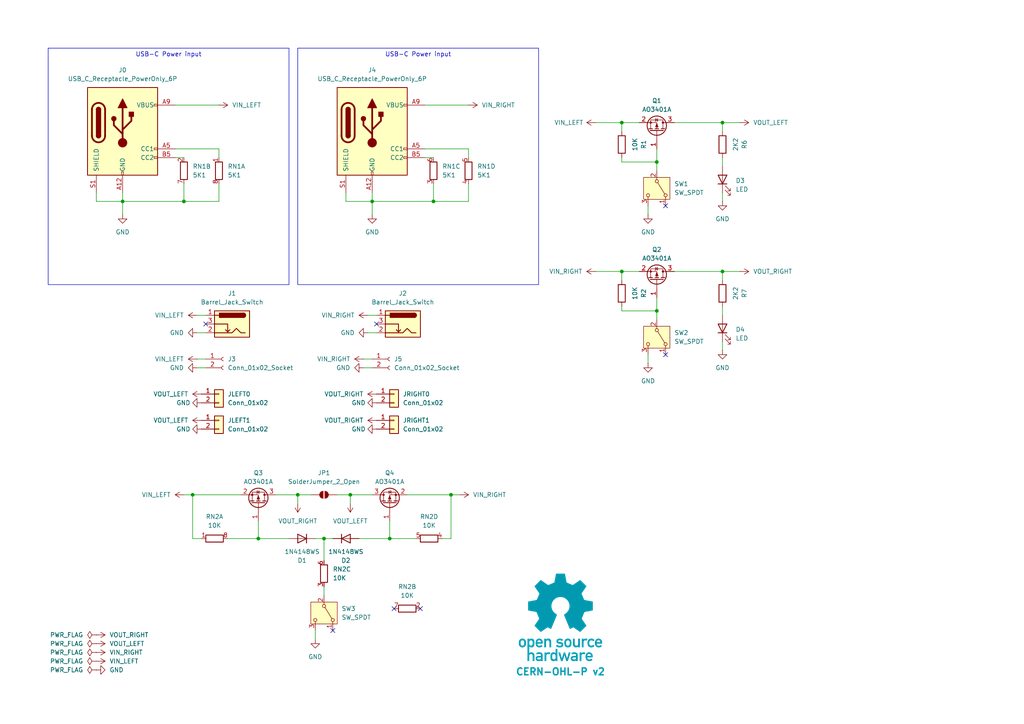
<source format=kicad_sch>
(kicad_sch (version 20231120) (generator "eeschema") (generator_version "8.0")
  (paper "A4")
  (lib_symbols
    (symbol "Connector:Barrel_Jack_Switch" (pin_names hide)
      (property "Reference" "J" (at 0 5.334 0))
      (property "Value" "Barrel_Jack_Switch" (at 0 -5.08 0))
      (symbol "Barrel_Jack_Switch_0_1"
        (rectangle (start -5.08 3.81) (end 5.08 -3.81) (stroke (width 0.254)) (fill (type background)))
        (arc (start -3.302 3.175) (mid -3.9343 2.54) (end -3.302 1.905) (stroke (width 0.254)))
        (arc (start -3.302 3.175) (mid -3.9343 2.54) (end -3.302 1.905) (stroke (width 0.254)) (fill (type outline)))
        (polyline (pts (xy 1.27 -2.286) (xy 1.905 -1.651)) (stroke (width 0.254)))
        (polyline (pts (xy 5.08 2.54) (xy 3.81 2.54)) (stroke (width 0.254)))
        (polyline (pts (xy 5.08 0) (xy 1.27 0) (xy 1.27 -2.286) (xy 0.635 -1.651)) (stroke (width 0.254)))
        (polyline (pts (xy -3.81 -2.54) (xy -2.54 -2.54) (xy -1.27 -1.27) (xy 0 -2.54) (xy 2.54 -2.54) (xy 5.08 -2.54)) (stroke (width 0.254)))
        (rectangle (start 3.683 3.175) (end -3.302 1.905) (stroke (width 0.254)) (fill (type outline)))
      )
      (symbol "Barrel_Jack_Switch_1_1"
        (pin passive line (at 7.62 2.54 180) (length 2.54) (name "~") (number "1"))
        (pin passive line (at 7.62 -2.54 180) (length 2.54) (name "~") (number "2"))
        (pin passive line (at 7.62 0 180) (length 2.54) (name "~") (number "3"))
      )
    )
    (symbol "Connector:Conn_01x02_Socket" (pin_names (offset 1.016) hide)
      (property "Reference" "J" (at 0 2.54 0))
      (property "Value" "Conn_01x02_Socket" (at 0 -5.08 0))
      (symbol "Conn_01x02_Socket_1_1"
        (arc (start 0 -2.032) (mid -0.5058 -2.54) (end 0 -3.048) (stroke (width 0.1524)))
        (polyline (pts (xy -1.27 -2.54) (xy -0.508 -2.54)) (stroke (width 0.1524)))
        (polyline (pts (xy -1.27 0) (xy -0.508 0)) (stroke (width 0.1524)))
        (arc (start 0 0.508) (mid -0.5058 0) (end 0 -0.508) (stroke (width 0.1524)))
        (pin passive line (at -5.08 0 0) (length 3.81) (name "Pin_1") (number "1"))
        (pin passive line (at -5.08 -2.54 0) (length 3.81) (name "Pin_2") (number "2"))
      )
    )
    (symbol "Connector:USB_C_Receptacle_PowerOnly_6P" (pin_names (offset 1.016))
      (property "Reference" "J" (at 0 16.51 0))
      (property "Value" "USB_C_Receptacle_PowerOnly_6P" (at 0 13.97 0))
      (symbol "USB_C_Receptacle_PowerOnly_6P_0_0"
        (rectangle (start -0.254 -12.7) (end 0.254 -11.684))
        (rectangle (start 10.16 -7.366) (end 9.144 -7.874))
        (rectangle (start 10.16 -4.826) (end 9.144 -5.334))
        (rectangle (start 10.16 7.874) (end 9.144 7.366))
      )
      (symbol "USB_C_Receptacle_PowerOnly_6P_0_1"
        (rectangle (start -10.16 12.7) (end 10.16 -12.7) (stroke (width 0.254)) (fill (type background)))
        (arc (start -8.89 -1.27) (mid -6.985 -3.1667) (end -5.08 -1.27) (stroke (width 0.508)))
        (arc (start -7.62 -1.27) (mid -6.985 -1.9023) (end -6.35 -1.27) (stroke (width 0.254)))
        (arc (start -7.62 -1.27) (mid -6.985 -1.9023) (end -6.35 -1.27) (stroke (width 0.254)) (fill (type outline)))
        (rectangle (start -7.62 -1.27) (end -6.35 6.35) (stroke (width 0.254)) (fill (type outline)))
        (arc (start -6.35 6.35) (mid -6.985 6.9823) (end -7.62 6.35) (stroke (width 0.254)))
        (arc (start -6.35 6.35) (mid -6.985 6.9823) (end -7.62 6.35) (stroke (width 0.254)) (fill (type outline)))
        (arc (start -5.08 6.35) (mid -6.985 8.2467) (end -8.89 6.35) (stroke (width 0.508)))
        (circle (center -2.54 3.683) (radius 0.635) (stroke (width 0.254)) (fill (type outline)))
        (circle (center 0 -3.302) (radius 1.27) (fill (type outline)))
        (polyline (pts (xy -8.89 -1.27) (xy -8.89 6.35)) (stroke (width 0.508)))
        (polyline (pts (xy -5.08 6.35) (xy -5.08 -1.27)) (stroke (width 0.508)))
        (polyline (pts (xy 0 -3.302) (xy 0 6.858)) (stroke (width 0.508)))
        (polyline (pts (xy 0 -0.762) (xy -2.54 1.778) (xy -2.54 3.048)) (stroke (width 0.508)))
        (polyline (pts (xy 0 0.508) (xy 2.54 3.048) (xy 2.54 4.318)) (stroke (width 0.508)))
        (polyline (pts (xy -1.27 6.858) (xy 0 9.398) (xy 1.27 6.858) (xy -1.27 6.858)) (stroke (width 0.254)) (fill (type outline)))
        (rectangle (start 1.905 4.318) (end 3.175 5.588) (stroke (width 0.254)) (fill (type outline)))
      )
      (symbol "USB_C_Receptacle_PowerOnly_6P_1_1"
        (pin passive line (at 0 -17.78 90) (length 5.08) (name "GND") (number "A12"))
        (pin bidirectional line (at 15.24 -5.08 180) (length 5.08) (name "CC1") (number "A5"))
        (pin passive line (at 15.24 7.62 180) (length 5.08) (name "VBUS") (number "A9"))
        (pin passive line (at 0 -17.78 90) (length 5.08) hide (name "GND") (number "B12"))
        (pin bidirectional line (at 15.24 -7.62 180) (length 5.08) (name "CC2") (number "B5"))
        (pin passive line (at 15.24 7.62 180) (length 5.08) hide (name "VBUS") (number "B9"))
        (pin passive line (at -7.62 -17.78 90) (length 5.08) (name "SHIELD") (number "S1"))
      )
    )
    (symbol "Connector_Generic:Conn_01x02" (pin_names (offset 1.016) hide)
      (property "Reference" "J" (at 0 2.54 0))
      (property "Value" "Conn_01x02" (at 0 -5.08 0))
      (symbol "Conn_01x02_1_1"
        (rectangle (start -1.27 -2.413) (end 0 -2.667) (stroke (width 0.1524)))
        (rectangle (start -1.27 0.127) (end 0 -0.127) (stroke (width 0.1524)))
        (rectangle (start -1.27 1.27) (end 1.27 -3.81) (stroke (width 0.254)) (fill (type background)))
        (pin passive line (at -5.08 0 0) (length 3.81) (name "Pin_1") (number "1"))
        (pin passive line (at -5.08 -2.54 0) (length 3.81) (name "Pin_2") (number "2"))
      )
    )
    (symbol "Device:LED" (pin_numbers hide) (pin_names (offset 1.016) hide)
      (property "Reference" "D" (at 0 2.54 0))
      (property "Value" "LED" (at 0 -2.54 0))
      (symbol "LED_0_1"
        (polyline (pts (xy -1.27 -1.27) (xy -1.27 1.27)) (stroke (width 0.254)))
        (polyline (pts (xy -1.27 0) (xy 1.27 0)))
        (polyline (pts (xy 1.27 -1.27) (xy 1.27 1.27) (xy -1.27 0) (xy 1.27 -1.27)) (stroke (width 0.254)))
        (polyline (pts (xy -3.048 -0.762) (xy -4.572 -2.286) (xy -3.81 -2.286) (xy -4.572 -2.286) (xy -4.572 -1.524)))
        (polyline (pts (xy -1.778 -0.762) (xy -3.302 -2.286) (xy -2.54 -2.286) (xy -3.302 -2.286) (xy -3.302 -1.524)))
      )
      (symbol "LED_1_1"
        (pin passive line (at -3.81 0 0) (length 2.54) (name "K") (number "1"))
        (pin passive line (at 3.81 0 180) (length 2.54) (name "A") (number "2"))
      )
    )
    (symbol "Device:R" (pin_numbers hide) (pin_names (offset 0))
      (property "Reference" "R" (at 2.032 0 90))
      (property "Value" "R" (at 0 0 90))
      (symbol "R_0_1"
        (rectangle (start -1.016 -2.54) (end 1.016 2.54) (stroke (width 0.254)))
      )
      (symbol "R_1_1"
        (pin passive line (at 0 3.81 270) (length 1.27) (name "~") (number "1"))
        (pin passive line (at 0 -3.81 90) (length 1.27) (name "~") (number "2"))
      )
    )
    (symbol "Device:R_Pack04_Split" (pin_names (offset 0) hide)
      (property "Reference" "RN" (at 2.032 0 90))
      (property "Value" "R_Pack04_Split" (at 0 0 90))
      (symbol "R_Pack04_Split_0_1"
        (rectangle (start 1.016 2.54) (end -1.016 -2.54) (stroke (width 0.254)))
      )
      (symbol "R_Pack04_Split_1_1"
        (pin passive line (at 0 -3.81 90) (length 1.27) (name "R1.1") (number "1"))
        (pin passive line (at 0 3.81 270) (length 1.27) (name "R1.2") (number "8"))
      )
      (symbol "R_Pack04_Split_2_1"
        (pin passive line (at 0 -3.81 90) (length 1.27) (name "R2.1") (number "2"))
        (pin passive line (at 0 3.81 270) (length 1.27) (name "R2.2") (number "7"))
      )
      (symbol "R_Pack04_Split_3_1"
        (pin passive line (at 0 -3.81 90) (length 1.27) (name "R3.1") (number "3"))
        (pin passive line (at 0 3.81 270) (length 1.27) (name "R3.2") (number "6"))
      )
      (symbol "R_Pack04_Split_4_1"
        (pin passive line (at 0 -3.81 90) (length 1.27) (name "R4.1") (number "4"))
        (pin passive line (at 0 3.81 270) (length 1.27) (name "R4.2") (number "5"))
      )
    )
    (symbol "Diode:1N4148WS" (pin_numbers hide) (pin_names hide)
      (property "Reference" "D" (at 0 2.54 0))
      (property "Value" "1N4148WS" (at 0 -2.54 0))
      (symbol "1N4148WS_0_1"
        (polyline (pts (xy -1.27 1.27) (xy -1.27 -1.27)) (stroke (width 0.254)))
        (polyline (pts (xy 1.27 0) (xy -1.27 0)))
        (polyline (pts (xy 1.27 1.27) (xy 1.27 -1.27) (xy -1.27 0) (xy 1.27 1.27)) (stroke (width 0.254)))
      )
      (symbol "1N4148WS_1_1"
        (pin passive line (at -3.81 0 0) (length 2.54) (name "K") (number "1"))
        (pin passive line (at 3.81 0 180) (length 2.54) (name "A") (number "2"))
      )
    )
    (symbol "Jumper:SolderJumper_2_Open" (pin_numbers hide) (pin_names (offset 0) hide) (exclude_from_sim yes) (in_bom no)
      (property "Reference" "JP" (at 0 2.032 0))
      (property "Value" "SolderJumper_2_Open" (at 0 -2.54 0))
      (symbol "SolderJumper_2_Open_0_1"
        (arc (start -0.254 1.016) (mid -1.2656 0) (end -0.254 -1.016))
        (arc (start -0.254 1.016) (mid -1.2656 0) (end -0.254 -1.016) (fill (type outline)))
        (polyline (pts (xy -0.254 1.016) (xy -0.254 -1.016)))
        (polyline (pts (xy 0.254 1.016) (xy 0.254 -1.016)))
        (arc (start 0.254 -1.016) (mid 1.2656 0) (end 0.254 1.016))
        (arc (start 0.254 -1.016) (mid 1.2656 0) (end 0.254 1.016) (fill (type outline)))
      )
      (symbol "SolderJumper_2_Open_1_1"
        (pin passive line (at -3.81 0 0) (length 2.54) (name "A") (number "1"))
        (pin passive line (at 3.81 0 180) (length 2.54) (name "B") (number "2"))
      )
    )
    (symbol "Switch:SW_SPDT" (pin_names (offset 0) hide)
      (property "Reference" "SW" (at 0 5.08 0))
      (property "Value" "SW_SPDT" (at 0 -5.08 0))
      (symbol "SW_SPDT_0_1"
        (circle (center -2.032 0) (radius 0.4572))
        (polyline (pts (xy -1.651 0.254) (xy 1.651 2.286)))
        (circle (center 2.032 -2.54) (radius 0.4572))
        (circle (center 2.032 2.54) (radius 0.4572))
      )
      (symbol "SW_SPDT_1_1"
        (rectangle (start -3.175 3.81) (end 3.175 -3.81) (fill (type background)))
        (pin passive line (at 5.08 2.54 180) (length 2.54) (name "A") (number "1"))
        (pin passive line (at -5.08 0 0) (length 2.54) (name "B") (number "2"))
        (pin passive line (at 5.08 -2.54 180) (length 2.54) (name "C") (number "3"))
      )
    )
    (symbol "Transistor_FET:AO3401A" (pin_names hide)
      (property "Reference" "Q" (at 5.08 1.905 0))
      (property "Value" "AO3401A" (at 5.08 0 0))
      (symbol "AO3401A_0_1"
        (polyline (pts (xy 0.254 0) (xy -2.54 0)))
        (polyline (pts (xy 0.254 1.905) (xy 0.254 -1.905)) (stroke (width 0.254)))
        (polyline (pts (xy 0.762 -1.27) (xy 0.762 -2.286)) (stroke (width 0.254)))
        (polyline (pts (xy 0.762 0.508) (xy 0.762 -0.508)) (stroke (width 0.254)))
        (polyline (pts (xy 0.762 2.286) (xy 0.762 1.27)) (stroke (width 0.254)))
        (polyline (pts (xy 2.54 2.54) (xy 2.54 1.778)))
        (polyline (pts (xy 2.54 -2.54) (xy 2.54 0) (xy 0.762 0)))
        (polyline (pts (xy 0.762 1.778) (xy 3.302 1.778) (xy 3.302 -1.778) (xy 0.762 -1.778)))
        (polyline (pts (xy 2.286 0) (xy 1.27 0.381) (xy 1.27 -0.381) (xy 2.286 0)) (fill (type outline)))
        (polyline (pts (xy 2.794 -0.508) (xy 2.921 -0.381) (xy 3.683 -0.381) (xy 3.81 -0.254)))
        (polyline (pts (xy 3.302 -0.381) (xy 2.921 0.254) (xy 3.683 0.254) (xy 3.302 -0.381)))
        (circle (center 1.651 0) (radius 2.794) (stroke (width 0.254)))
        (circle (center 2.54 -1.778) (radius 0.254) (fill (type outline)))
        (circle (center 2.54 1.778) (radius 0.254) (fill (type outline)))
      )
      (symbol "AO3401A_1_1"
        (pin input line (at -5.08 0 0) (length 2.54) (name "G") (number "1"))
        (pin passive line (at 2.54 -5.08 90) (length 2.54) (name "S") (number "2"))
        (pin passive line (at 2.54 5.08 270) (length 2.54) (name "D") (number "3"))
      )
    )
    (symbol "power:GND" (power) (pin_numbers hide) (pin_names (offset 0) hide)
      (property "Value" "GND" (at 0 -3.81 0))
      (symbol "GND_0_1"
        (polyline (pts (xy 0 0) (xy 0 -1.27) (xy 1.27 -1.27) (xy 0 -2.54) (xy -1.27 -1.27) (xy 0 -1.27)))
      )
      (symbol "GND_1_1"
        (pin power_in line (at 0 0 270) (length 0) (name "~") (number "1"))
      )
    )
    (symbol "power:PWR_FLAG" (power) (pin_numbers hide) (pin_names (offset 0) hide)
      (property "Value" "PWR_FLAG" (at 0 3.81 0))
      (symbol "PWR_FLAG_0_0"
        (pin power_out line (at 0 0 90) (length 0) (name "~") (number "1"))
      )
      (symbol "PWR_FLAG_0_1"
        (polyline (pts (xy 0 0) (xy 0 1.27) (xy -1.016 1.905) (xy 0 2.54) (xy 1.016 1.905) (xy 0 1.27)))
      )
    )
    (symbol "power:VCC" (power) (pin_numbers hide) (pin_names (offset 0) hide)
      (property "Value" "VCC" (at 0 3.556 0))
      (symbol "VCC_0_1"
        (polyline (pts (xy -0.762 1.27) (xy 0 2.54)))
        (polyline (pts (xy 0 0) (xy 0 2.54)))
        (polyline (pts (xy 0 2.54) (xy 0.762 1.27)))
      )
      (symbol "VCC_1_1"
        (pin power_in line (at 0 0 90) (length 0) (name "~") (number "1"))
      )
    )
  )
  (junction (at 55.88 143.51))
  (junction (at 130.81 143.51))
  (junction (at 209.55 35.56))
  (junction (at 125.73 58.42))
  (junction (at 107.95 58.42))
  (junction (at 93.98 156.21))
  (junction (at 190.5 90.17))
  (junction (at 180.34 78.74))
  (junction (at 35.56 58.42))
  (junction (at 86.36 143.51))
  (junction (at 209.55 78.74))
  (junction (at 74.93 156.21))
  (junction (at 180.34 35.56))
  (junction (at 113.03 156.21))
  (junction (at 101.6 143.51))
  (junction (at 53.34 58.42))
  (junction (at 190.5 46.99))
  (no_connect (at 121.92 176.53))
  (no_connect (at 59.69 93.98))
  (no_connect (at 193.04 59.69))
  (no_connect (at 96.52 182.88))
  (no_connect (at 114.3 176.53))
  (no_connect (at 109.22 93.98))
  (no_connect (at 193.04 102.87))
  (wire (pts (xy 125.73 53.34) (xy 125.73 58.42)))
  (wire (pts (xy 57.15 106.68) (xy 59.69 106.68)))
  (wire (pts (xy 101.6 143.51) (xy 101.6 146.05)))
  (wire (pts (xy 190.5 90.17) (xy 190.5 86.36)))
  (wire (pts (xy 107.95 55.88) (xy 107.95 58.42)))
  (wire (pts (xy 190.5 46.99) (xy 190.5 49.53)))
  (wire (pts (xy 86.36 143.51) (xy 90.17 143.51)))
  (wire (pts (xy 172.72 35.56) (xy 180.34 35.56)))
  (wire (pts (xy 97.79 143.51) (xy 101.6 143.51)))
  (wire (pts (xy 180.34 46.99) (xy 190.5 46.99)))
  (wire (pts (xy 209.55 45.72) (xy 209.55 48.26)))
  (wire (pts (xy 187.96 102.87) (xy 187.96 105.41)))
  (wire (pts (xy 35.56 58.42) (xy 35.56 62.23)))
  (wire (pts (xy 57.15 96.52) (xy 59.69 96.52)))
  (wire (pts (xy 100.33 55.88) (xy 100.33 58.42)))
  (wire (pts (xy 50.8 30.48) (xy 63.5 30.48)))
  (wire (pts (xy 55.88 143.51) (xy 69.85 143.51)))
  (wire (pts (xy 123.19 43.18) (xy 135.89 43.18)))
  (wire (pts (xy 123.19 45.72) (xy 125.73 45.72)))
  (wire (pts (xy 93.98 156.21) (xy 96.52 156.21)))
  (wire (pts (xy 195.58 35.56) (xy 209.55 35.56)))
  (wire (pts (xy 106.68 91.44) (xy 109.22 91.44)))
  (wire (pts (xy 101.6 143.51) (xy 107.95 143.51)))
  (wire (pts (xy 57.15 91.44) (xy 59.69 91.44)))
  (wire (pts (xy 123.19 30.48) (xy 135.89 30.48)))
  (wire (pts (xy 100.33 58.42) (xy 107.95 58.42)))
  (wire (pts (xy 195.58 78.74) (xy 209.55 78.74)))
  (wire (pts (xy 209.55 99.06) (xy 209.55 101.6)))
  (wire (pts (xy 27.94 58.42) (xy 35.56 58.42)))
  (wire (pts (xy 63.5 53.34) (xy 63.5 58.42)))
  (wire (pts (xy 63.5 43.18) (xy 63.5 45.72)))
  (wire (pts (xy 113.03 156.21) (xy 120.65 156.21)))
  (wire (pts (xy 180.34 88.9) (xy 180.34 90.17)))
  (wire (pts (xy 180.34 45.72) (xy 180.34 46.99)))
  (wire (pts (xy 172.72 78.74) (xy 180.34 78.74)))
  (wire (pts (xy 74.93 156.21) (xy 83.82 156.21)))
  (wire (pts (xy 55.88 143.51) (xy 55.88 156.21)))
  (wire (pts (xy 80.01 143.51) (xy 86.36 143.51)))
  (wire (pts (xy 74.93 151.13) (xy 74.93 156.21)))
  (wire (pts (xy 135.89 43.18) (xy 135.89 45.72)))
  (wire (pts (xy 180.34 38.1) (xy 180.34 35.56)))
  (wire (pts (xy 53.34 53.34) (xy 53.34 58.42)))
  (wire (pts (xy 130.81 143.51) (xy 118.11 143.51)))
  (wire (pts (xy 86.36 143.51) (xy 86.36 146.05)))
  (wire (pts (xy 180.34 78.74) (xy 185.42 78.74)))
  (wire (pts (xy 209.55 35.56) (xy 209.55 38.1)))
  (wire (pts (xy 50.8 45.72) (xy 53.34 45.72)))
  (wire (pts (xy 128.27 156.21) (xy 130.81 156.21)))
  (wire (pts (xy 66.04 156.21) (xy 74.93 156.21)))
  (wire (pts (xy 58.42 156.21) (xy 55.88 156.21)))
  (wire (pts (xy 135.89 58.42) (xy 125.73 58.42)))
  (wire (pts (xy 180.34 81.28) (xy 180.34 78.74)))
  (wire (pts (xy 180.34 35.56) (xy 185.42 35.56)))
  (wire (pts (xy 135.89 53.34) (xy 135.89 58.42)))
  (wire (pts (xy 130.81 143.51) (xy 130.81 156.21)))
  (wire (pts (xy 209.55 55.88) (xy 209.55 58.42)))
  (wire (pts (xy 190.5 90.17) (xy 190.5 92.71)))
  (wire (pts (xy 209.55 78.74) (xy 214.63 78.74)))
  (wire (pts (xy 93.98 156.21) (xy 91.44 156.21)))
  (wire (pts (xy 93.98 156.21) (xy 93.98 162.56)))
  (wire (pts (xy 105.41 104.14) (xy 107.95 104.14)))
  (wire (pts (xy 125.73 58.42) (xy 107.95 58.42)))
  (wire (pts (xy 50.8 43.18) (xy 63.5 43.18)))
  (wire (pts (xy 53.34 58.42) (xy 35.56 58.42)))
  (wire (pts (xy 53.34 143.51) (xy 55.88 143.51)))
  (wire (pts (xy 133.35 143.51) (xy 130.81 143.51)))
  (wire (pts (xy 187.96 59.69) (xy 187.96 62.23)))
  (wire (pts (xy 57.15 104.14) (xy 59.69 104.14)))
  (wire (pts (xy 190.5 46.99) (xy 190.5 43.18)))
  (wire (pts (xy 209.55 81.28) (xy 209.55 78.74)))
  (wire (pts (xy 180.34 90.17) (xy 190.5 90.17)))
  (wire (pts (xy 63.5 58.42) (xy 53.34 58.42)))
  (wire (pts (xy 35.56 55.88) (xy 35.56 58.42)))
  (wire (pts (xy 93.98 170.18) (xy 93.98 172.72)))
  (wire (pts (xy 209.55 35.56) (xy 214.63 35.56)))
  (wire (pts (xy 209.55 88.9) (xy 209.55 91.44)))
  (wire (pts (xy 104.14 156.21) (xy 113.03 156.21)))
  (wire (pts (xy 107.95 58.42) (xy 107.95 62.23)))
  (wire (pts (xy 91.44 182.88) (xy 91.44 185.42)))
  (wire (pts (xy 106.68 96.52) (xy 109.22 96.52)))
  (wire (pts (xy 113.03 151.13) (xy 113.03 156.21)))
  (wire (pts (xy 105.41 106.68) (xy 107.95 106.68)))
  (wire (pts (xy 27.94 55.88) (xy 27.94 58.42)))
  (image (at 162.56 179.07) (scale 0.37481))
  (text_box "USB-C Power input" (at 13.97 13.97 0) (size 69.85 68.58) (effects (font (size 1.27 1.27)) (justify top)))
  (text_box "USB-C Power input" (at 86.36 13.97 0) (size 69.85 68.58) (effects (font (size 1.27 1.27)) (justify top)))
  (text "CERN-OHL-P v2" (at 162.56 195.072 0) (effects (font (size 2 2) (thickness 0.4) (bold yes))))
  (symbol (lib_id "Diode:1N4148WS") (at 100.33 156.21 0) (mirror x) (unit 1)
    (property "Reference" "D2" (at 100.33 162.56 0))
    (property "Value" "1N4148WS" (at 100.33 160.02 0))
    (property "Footprint" "custom:D_SOD-323_HandSoldering_simple" (effects (hide yes)))
    (property "Datasheet" "https://www.vishay.com/docs/85751/1n4148ws.pdf" (effects (hide yes)))
    (property "Description" "75V 0.15A Fast switching Diode, SOD-323" (effects (hide yes)))
    (property "Sim.Device" "D" (effects (hide yes)))
    (property "Sim.Pins" "1=K 2=A" (effects (hide yes)))
  )
  (symbol (lib_id "power:PWR_FLAG") (at 27.94 186.69 90) (unit 1)
    (property "Reference" "#FLG03" (effects (hide yes)))
    (property "Value" "PWR_FLAG" (at 24.13 186.6899 90) (effects (justify left)))
    (property "Description" "Special symbol for telling ERC where power comes from" (effects (hide yes)))
  )
  (symbol (lib_id "power:VCC") (at 63.5 30.48 270) (unit 1)
    (property "Reference" "#PWR027" (effects (hide yes)))
    (property "Value" "VIN_LEFT" (at 67.31 30.4799 90) (effects (justify left)))
    (property "Description" "Power symbol creates a global label with name \"VCC\"" (effects (hide yes)))
  )
  (symbol (lib_id "Device:R_Pack04_Split") (at 62.23 156.21 270) (unit 1)
    (property "Reference" "RN2" (at 62.23 149.86 90))
    (property "Value" "10K" (at 62.23 152.4 90))
    (property "Footprint" "Resistor_SMD:R_Array_Convex_4x0603" (effects (hide yes)))
    (property "Description" "4 resistor network, parallel topology, split" (effects (hide yes)))
  )
  (symbol (lib_id "Transistor_FET:AO3401A") (at 190.5 81.28 270) (mirror x) (unit 1)
    (property "Reference" "Q2" (at 190.5 72.39 90))
    (property "Value" "AO3401A" (at 190.5 74.93 90))
    (property "Footprint" "Package_TO_SOT_SMD:SOT-23" (effects (hide yes)))
    (property "Datasheet" "http://www.aosmd.com/pdfs/datasheet/AO3401A.pdf" (effects (hide yes)))
    (property "Description" "-4.0A Id, -30V Vds, P-Channel MOSFET, SOT-23" (effects (hide yes)))
    (property "LCSC Part" "C15127" (effects (hide yes)))
    (property "JLCPCB_CORRECTION" "0; 0; 180" (effects (hide yes)))
  )
  (symbol (lib_id "Switch:SW_SPDT") (at 93.98 177.8 270) (unit 1)
    (property "Reference" "SW3" (at 99.06 176.5299 90) (effects (justify left)))
    (property "Value" "SW_SPDT" (at 99.06 179.0699 90) (effects (justify left)))
    (property "Footprint" "lcsc:SW-SMD_3P-P1.50_L2.7-W6.6" (effects (hide yes)))
    (property "Description" "Switch, single pole double throw" (effects (hide yes)))
    (property "LCSC Part" "C2998803" (effects (hide yes)))
  )
  (symbol (lib_id "power:VCC") (at 58.42 114.3 90) (unit 1)
    (property "Reference" "#PWR07" (effects (hide yes)))
    (property "Value" "VOUT_LEFT" (at 54.61 114.2999 90) (effects (justify left)))
    (property "Description" "Power symbol creates a global label with name \"VCC\"" (effects (hide yes)))
  )
  (symbol (lib_id "Connector_Generic:Conn_01x02") (at 114.3 121.92 0) (unit 1)
    (property "Reference" "JRIGHT1" (at 116.84 121.9199 0) (effects (justify left)))
    (property "Value" "Conn_01x02" (at 116.84 124.4599 0) (effects (justify left)))
    (property "Footprint" "custom:PinHeader_1x02_P2.54mm_Vertical_simple_pad2gnd" (effects (hide yes)))
    (property "Description" "Generic connector, single row, 01x02, script generated (kicad-library-utils/schlib/autogen/connector/)" (effects (hide yes)))
  )
  (symbol (lib_id "power:GND") (at 91.44 185.42 0) (unit 1)
    (property "Reference" "#PWR034" (effects (hide yes)))
    (property "Value" "GND" (at 91.44 190.5 0))
    (property "Description" "Power symbol creates a global label with name \"GND\" , ground" (effects (hide yes)))
  )
  (symbol (lib_id "power:GND") (at 58.42 124.46 270) (unit 1)
    (property "Reference" "#PWR010" (effects (hide yes)))
    (property "Value" "GND" (at 55.2429 124.4599 90) (effects (justify right)))
    (property "Description" "Power symbol creates a global label with name \"GND\" , ground" (effects (hide yes)))
  )
  (symbol (lib_id "power:VCC") (at 58.42 121.92 90) (unit 1)
    (property "Reference" "#PWR09" (effects (hide yes)))
    (property "Value" "VOUT_LEFT" (at 54.61 121.9199 90) (effects (justify left)))
    (property "Description" "Power symbol creates a global label with name \"VCC\"" (effects (hide yes)))
  )
  (symbol (lib_id "Connector_Generic:Conn_01x02") (at 114.3 114.3 0) (unit 1)
    (property "Reference" "JRIGHT0" (at 116.84 114.2999 0) (effects (justify left)))
    (property "Value" "Conn_01x02" (at 116.84 116.8399 0) (effects (justify left)))
    (property "Footprint" "custom:PinHeader_1x02_P2.54mm_Vertical_simple_pad2gnd" (effects (hide yes)))
    (property "Description" "Generic connector, single row, 01x02, script generated (kicad-library-utils/schlib/autogen/connector/)" (effects (hide yes)))
  )
  (symbol (lib_id "power:PWR_FLAG") (at 27.94 184.15 90) (unit 1)
    (property "Reference" "#FLG04" (effects (hide yes)))
    (property "Value" "PWR_FLAG" (at 24.13 184.1499 90) (effects (justify left)))
    (property "Description" "Special symbol for telling ERC where power comes from" (effects (hide yes)))
  )
  (symbol (lib_id "Device:R_Pack04_Split") (at 53.34 49.53 180) (unit 2)
    (property "Reference" "RN1" (at 55.88 48.2599 0) (effects (justify right)))
    (property "Value" "5K1" (at 55.88 50.7999 0) (effects (justify right)))
    (property "Footprint" "Resistor_SMD:R_Array_Convex_4x0603" (effects (hide yes)))
    (property "Description" "4 resistor network, parallel topology, split" (effects (hide yes)))
  )
  (symbol (lib_id "Connector_Generic:Conn_01x02") (at 63.5 114.3 0) (unit 1)
    (property "Reference" "JLEFT0" (at 66.04 114.2999 0) (effects (justify left)))
    (property "Value" "Conn_01x02" (at 66.04 116.8399 0) (effects (justify left)))
    (property "Footprint" "custom:PinHeader_1x02_P2.54mm_Vertical_simple_pad2gnd" (effects (hide yes)))
    (property "Description" "Generic connector, single row, 01x02, script generated (kicad-library-utils/schlib/autogen/connector/)" (effects (hide yes)))
  )
  (symbol (lib_id "power:VCC") (at 172.72 78.74 90) (unit 1)
    (property "Reference" "#PWR020" (effects (hide yes)))
    (property "Value" "VIN_RIGHT" (at 168.91 78.7399 90) (effects (justify left)))
    (property "Description" "Power symbol creates a global label with name \"VCC\"" (effects (hide yes)))
  )
  (symbol (lib_id "Connector_Generic:Conn_01x02") (at 63.5 121.92 0) (unit 1)
    (property "Reference" "JLEFT1" (at 66.04 121.9199 0) (effects (justify left)))
    (property "Value" "Conn_01x02" (at 66.04 124.4599 0) (effects (justify left)))
    (property "Footprint" "custom:PinHeader_1x02_P2.54mm_Vertical_simple_pad2gnd" (effects (hide yes)))
    (property "Description" "Generic connector, single row, 01x02, script generated (kicad-library-utils/schlib/autogen/connector/)" (effects (hide yes)))
  )
  (symbol (lib_id "power:VCC") (at 214.63 35.56 270) (unit 1)
    (property "Reference" "#PWR021" (effects (hide yes)))
    (property "Value" "VOUT_LEFT" (at 218.44 35.5599 90) (effects (justify left)))
    (property "Description" "Power symbol creates a global label with name \"VCC\"" (effects (hide yes)))
  )
  (symbol (lib_id "power:VCC") (at 133.35 143.51 270) (unit 1)
    (property "Reference" "#PWR033" (effects (hide yes)))
    (property "Value" "VIN_RIGHT" (at 137.16 143.5099 90) (effects (justify left)))
    (property "Description" "Power symbol creates a global label with name \"VCC\"" (effects (hide yes)))
  )
  (symbol (lib_id "power:GND") (at 107.95 62.23 0) (unit 1)
    (property "Reference" "#PWR017" (effects (hide yes)))
    (property "Value" "GND" (at 107.95 67.31 0))
    (property "Description" "Power symbol creates a global label with name \"GND\" , ground" (effects (hide yes)))
  )
  (symbol (lib_id "power:GND") (at 187.96 105.41 0) (unit 1)
    (property "Reference" "#PWR023" (effects (hide yes)))
    (property "Value" "GND" (at 187.96 110.49 0))
    (property "Description" "Power symbol creates a global label with name \"GND\" , ground" (effects (hide yes)))
  )
  (symbol (lib_id "power:VCC") (at 27.94 191.77 270) (unit 1)
    (property "Reference" "#PWR01" (effects (hide yes)))
    (property "Value" "VIN_LEFT" (at 31.75 191.7699 90) (effects (justify left)))
    (property "Description" "Power symbol creates a global label with name \"VCC\"" (effects (hide yes)))
  )
  (symbol (lib_id "power:VCC") (at 172.72 35.56 90) (unit 1)
    (property "Reference" "#PWR029" (effects (hide yes)))
    (property "Value" "VIN_LEFT" (at 169.2008 35.5599 90) (effects (justify left)))
    (property "Description" "Power symbol creates a global label with name \"VCC\"" (effects (hide yes)))
  )
  (symbol (lib_id "Device:R") (at 209.55 85.09 0) (mirror y) (unit 1)
    (property "Reference" "R7" (at 215.9 85.09 90))
    (property "Value" "2K2" (at 213.36 85.09 90))
    (property "Footprint" "Resistor_SMD:R_0805_2012Metric_Pad1.20x1.40mm_HandSolder" (effects (hide yes)))
    (property "Description" "Resistor" (effects (hide yes)))
  )
  (symbol (lib_id "power:GND") (at 58.42 116.84 270) (unit 1)
    (property "Reference" "#PWR08" (effects (hide yes)))
    (property "Value" "GND" (at 55.2429 116.8399 90) (effects (justify right)))
    (property "Description" "Power symbol creates a global label with name \"GND\" , ground" (effects (hide yes)))
  )
  (symbol (lib_id "Transistor_FET:AO3401A") (at 74.93 146.05 270) (mirror x) (unit 1)
    (property "Reference" "Q3" (at 74.93 137.16 90))
    (property "Value" "AO3401A" (at 74.93 139.7 90))
    (property "Footprint" "Package_TO_SOT_SMD:SOT-23" (effects (hide yes)))
    (property "Datasheet" "http://www.aosmd.com/pdfs/datasheet/AO3401A.pdf" (effects (hide yes)))
    (property "Description" "-4.0A Id, -30V Vds, P-Channel MOSFET, SOT-23" (effects (hide yes)))
    (property "LCSC Part" "C15127" (effects (hide yes)))
    (property "JLCPCB_CORRECTION" "0; 0; 180" (effects (hide yes)))
  )
  (symbol (lib_id "Diode:1N4148WS") (at 87.63 156.21 0) (mirror y) (unit 1)
    (property "Reference" "D1" (at 87.63 162.56 0))
    (property "Value" "1N4148WS" (at 87.63 160.02 0))
    (property "Footprint" "custom:D_SOD-323_HandSoldering_simple" (effects (hide yes)))
    (property "Datasheet" "https://www.vishay.com/docs/85751/1n4148ws.pdf" (effects (hide yes)))
    (property "Description" "75V 0.15A Fast switching Diode, SOD-323" (effects (hide yes)))
    (property "Sim.Device" "D" (effects (hide yes)))
    (property "Sim.Pins" "1=K 2=A" (effects (hide yes)))
  )
  (symbol (lib_id "power:VCC") (at 27.94 186.69 270) (unit 1)
    (property "Reference" "#PWR03" (effects (hide yes)))
    (property "Value" "VOUT_LEFT" (at 31.75 186.6899 90) (effects (justify left)))
    (property "Description" "Power symbol creates a global label with name \"VCC\"" (effects (hide yes)))
  )
  (symbol (lib_id "power:GND") (at 209.55 58.42 0) (unit 1)
    (property "Reference" "#PWR035" (effects (hide yes)))
    (property "Value" "GND" (at 209.55 63.5 0))
    (property "Description" "Power symbol creates a global label with name \"GND\" , ground" (effects (hide yes)))
  )
  (symbol (lib_id "Device:R_Pack04_Split") (at 63.5 49.53 180) (unit 1)
    (property "Reference" "RN1" (at 66.04 48.2599 0) (effects (justify right)))
    (property "Value" "5K1" (at 66.04 50.7999 0) (effects (justify right)))
    (property "Footprint" "Resistor_SMD:R_Array_Convex_4x0603" (effects (hide yes)))
    (property "Description" "4 resistor network, parallel topology, split" (effects (hide yes)))
  )
  (symbol (lib_id "power:VCC") (at 57.15 104.14 90) (unit 1)
    (property "Reference" "#PWR028" (effects (hide yes)))
    (property "Value" "VIN_LEFT" (at 53.34 104.1399 90) (effects (justify left)))
    (property "Description" "Power symbol creates a global label with name \"VCC\"" (effects (hide yes)))
  )
  (symbol (lib_id "Transistor_FET:AO3401A") (at 190.5 38.1 270) (mirror x) (unit 1)
    (property "Reference" "Q1" (at 190.5 29.21 90))
    (property "Value" "AO3401A" (at 190.5 31.75 90))
    (property "Footprint" "Package_TO_SOT_SMD:SOT-23" (effects (hide yes)))
    (property "Datasheet" "http://www.aosmd.com/pdfs/datasheet/AO3401A.pdf" (effects (hide yes)))
    (property "Description" "-4.0A Id, -30V Vds, P-Channel MOSFET, SOT-23" (effects (hide yes)))
    (property "LCSC Part" "C15127" (effects (hide yes)))
    (property "JLCPCB_CORRECTION" "0; 0; 180" (effects (hide yes)))
  )
  (symbol (lib_id "Connector:Barrel_Jack_Switch") (at 116.84 93.98 0) (mirror y) (unit 1)
    (property "Reference" "J2" (at 116.84 85.09 0))
    (property "Value" "Barrel_Jack_Switch" (at 116.84 87.63 0))
    (property "Footprint" "custom:DC-IN_DC-050-2.0-BB" (effects (hide yes)))
    (property "Description" "DC Barrel Jack with an internal switch" (effects (hide yes)))
  )
  (symbol (lib_id "power:VCC") (at 214.63 78.74 270) (unit 1)
    (property "Reference" "#PWR024" (effects (hide yes)))
    (property "Value" "VOUT_RIGHT" (at 218.44 78.7399 90) (effects (justify left)))
    (property "Description" "Power symbol creates a global label with name \"VCC\"" (effects (hide yes)))
  )
  (symbol (lib_id "power:VCC") (at 53.34 143.51 90) (unit 1)
    (property "Reference" "#PWR032" (effects (hide yes)))
    (property "Value" "VIN_LEFT" (at 49.53 143.5099 90) (effects (justify left)))
    (property "Description" "Power symbol creates a global label with name \"VCC\"" (effects (hide yes)))
  )
  (symbol (lib_id "power:VCC") (at 27.94 189.23 270) (unit 1)
    (property "Reference" "#PWR025" (effects (hide yes)))
    (property "Value" "VIN_RIGHT" (at 31.75 189.2299 90) (effects (justify left)))
    (property "Description" "Power symbol creates a global label with name \"VCC\"" (effects (hide yes)))
  )
  (symbol (lib_id "power:GND") (at 106.68 96.52 270) (unit 1)
    (property "Reference" "#PWR015" (effects (hide yes)))
    (property "Value" "GND" (at 102.87 96.5199 90) (effects (justify right)))
    (property "Description" "Power symbol creates a global label with name \"GND\" , ground" (effects (hide yes)))
  )
  (symbol (lib_id "power:VCC") (at 57.15 91.44 90) (unit 1)
    (property "Reference" "#PWR026" (effects (hide yes)))
    (property "Value" "VIN_LEFT" (at 53.34 91.4399 90) (effects (justify left)))
    (property "Description" "Power symbol creates a global label with name \"VCC\"" (effects (hide yes)))
  )
  (symbol (lib_id "power:GND") (at 27.94 194.31 90) (unit 1)
    (property "Reference" "#PWR02" (effects (hide yes)))
    (property "Value" "GND" (at 31.75 194.3099 90) (effects (justify right)))
    (property "Description" "Power symbol creates a global label with name \"GND\" , ground" (effects (hide yes)))
  )
  (symbol (lib_id "Switch:SW_SPDT") (at 190.5 97.79 270) (unit 1)
    (property "Reference" "SW2" (at 195.58 96.5199 90) (effects (justify left)))
    (property "Value" "SW_SPDT" (at 195.58 99.0599 90) (effects (justify left)))
    (property "Footprint" "custom:SW-TH_DEALON_SS-12D01-GX_simple" (effects (hide yes)))
    (property "Description" "Switch, single pole double throw" (effects (hide yes)))
    (property "LCSC Part" "C2998803" (effects (hide yes)))
  )
  (symbol (lib_id "Device:R_Pack04_Split") (at 124.46 156.21 90) (unit 4)
    (property "Reference" "RN2" (at 124.46 149.86 90))
    (property "Value" "10K" (at 124.46 152.4 90))
    (property "Footprint" "Resistor_SMD:R_Array_Convex_4x0603" (effects (hide yes)))
    (property "Description" "4 resistor network, parallel topology, split" (effects (hide yes)))
  )
  (symbol (lib_id "Device:LED") (at 209.55 52.07 90) (unit 1)
    (property "Reference" "D3" (at 213.36 52.3874 90) (effects (justify right)))
    (property "Value" "LED" (at 213.36 54.9274 90) (effects (justify right)))
    (property "Footprint" "custom:LED_0805_2012Metric_Pad1.15x1.40mm_HandSolder_simple" (effects (hide yes)))
    (property "Description" "Light emitting diode" (effects (hide yes)))
  )
  (symbol (lib_id "Device:R_Pack04_Split") (at 93.98 166.37 0) (unit 3)
    (property "Reference" "RN2" (at 96.52 165.0999 0) (effects (justify left)))
    (property "Value" "10K" (at 96.52 167.6399 0) (effects (justify left)))
    (property "Footprint" "Resistor_SMD:R_Array_Convex_4x0603" (effects (hide yes)))
    (property "Description" "4 resistor network, parallel topology, split" (effects (hide yes)))
  )
  (symbol (lib_id "Connector:USB_C_Receptacle_PowerOnly_6P") (at 107.95 38.1 0) (unit 1)
    (property "Reference" "J4" (at 107.95 20.32 0))
    (property "Value" "USB_C_Receptacle_PowerOnly_6P" (at 107.95 22.86 0))
    (property "Footprint" "custom:USB_C_Receptacle_GCT_USB4125-xx-x_6P_TopMnt_Horizontal_handsolder" (effects (hide yes)))
    (property "Datasheet" "https://www.usb.org/sites/default/files/documents/usb_type-c.zip" (effects (hide yes)))
    (property "Description" "USB Power-Only 6P Type-C Receptacle connector" (effects (hide yes)))
  )
  (symbol (lib_id "Switch:SW_SPDT") (at 190.5 54.61 270) (unit 1)
    (property "Reference" "SW1" (at 195.58 53.3399 90) (effects (justify left)))
    (property "Value" "SW_SPDT" (at 195.58 55.8799 90) (effects (justify left)))
    (property "Footprint" "custom:SW-TH_DEALON_SS-12D01-GX_simple" (effects (hide yes)))
    (property "Description" "Switch, single pole double throw" (effects (hide yes)))
    (property "LCSC Part" "C2998803" (effects (hide yes)))
  )
  (symbol (lib_id "power:VCC") (at 27.94 184.15 270) (unit 1)
    (property "Reference" "#PWR04" (effects (hide yes)))
    (property "Value" "VOUT_RIGHT" (at 31.75 184.1499 90) (effects (justify left)))
    (property "Description" "Power symbol creates a global label with name \"VCC\"" (effects (hide yes)))
  )
  (symbol (lib_id "Device:R") (at 209.55 41.91 0) (mirror y) (unit 1)
    (property "Reference" "R6" (at 215.9 41.91 90))
    (property "Value" "2K2" (at 213.36 41.91 90))
    (property "Footprint" "Resistor_SMD:R_0805_2012Metric_Pad1.20x1.40mm_HandSolder" (effects (hide yes)))
    (property "Description" "Resistor" (effects (hide yes)))
  )
  (symbol (lib_id "power:PWR_FLAG") (at 27.94 191.77 90) (unit 1)
    (property "Reference" "#FLG01" (effects (hide yes)))
    (property "Value" "PWR_FLAG" (at 24.13 191.7699 90) (effects (justify left)))
    (property "Description" "Special symbol for telling ERC where power comes from" (effects (hide yes)))
  )
  (symbol (lib_id "Device:LED") (at 209.55 95.25 90) (unit 1)
    (property "Reference" "D4" (at 213.36 95.5674 90) (effects (justify right)))
    (property "Value" "LED" (at 213.36 98.1074 90) (effects (justify right)))
    (property "Footprint" "custom:LED_0805_2012Metric_Pad1.15x1.40mm_HandSolder_simple" (effects (hide yes)))
    (property "Description" "Light emitting diode" (effects (hide yes)))
  )
  (symbol (lib_id "power:GND") (at 57.15 96.52 270) (unit 1)
    (property "Reference" "#PWR05" (effects (hide yes)))
    (property "Value" "GND" (at 53.34 96.5199 90) (effects (justify right)))
    (property "Description" "Power symbol creates a global label with name \"GND\" , ground" (effects (hide yes)))
  )
  (symbol (lib_id "power:VCC") (at 106.68 91.44 90) (unit 1)
    (property "Reference" "#PWR022" (effects (hide yes)))
    (property "Value" "VIN_RIGHT" (at 102.87 91.4399 90) (effects (justify left)))
    (property "Description" "Power symbol creates a global label with name \"VCC\"" (effects (hide yes)))
  )
  (symbol (lib_id "Connector:USB_C_Receptacle_PowerOnly_6P") (at 35.56 38.1 0) (unit 1)
    (property "Reference" "J0" (at 35.56 20.32 0))
    (property "Value" "USB_C_Receptacle_PowerOnly_6P" (at 35.56 22.86 0))
    (property "Footprint" "custom:USB_C_Receptacle_GCT_USB4125-xx-x_6P_TopMnt_Horizontal_handsolder" (effects (hide yes)))
    (property "Datasheet" "https://www.usb.org/sites/default/files/documents/usb_type-c.zip" (effects (hide yes)))
    (property "Description" "USB Power-Only 6P Type-C Receptacle connector" (effects (hide yes)))
  )
  (symbol (lib_id "power:GND") (at 35.56 62.23 0) (unit 1)
    (property "Reference" "#PWR06" (effects (hide yes)))
    (property "Value" "GND" (at 35.56 67.31 0))
    (property "Description" "Power symbol creates a global label with name \"GND\" , ground" (effects (hide yes)))
  )
  (symbol (lib_id "power:VCC") (at 86.36 146.05 180) (unit 1)
    (property "Reference" "#PWR037" (effects (hide yes)))
    (property "Value" "VOUT_RIGHT" (at 86.36 151.13 0))
    (property "Description" "Power symbol creates a global label with name \"VCC\"" (effects (hide yes)))
  )
  (symbol (lib_id "power:VCC") (at 101.6 146.05 180) (unit 1)
    (property "Reference" "#PWR038" (effects (hide yes)))
    (property "Value" "VOUT_LEFT" (at 101.6 151.13 0))
    (property "Description" "Power symbol creates a global label with name \"VCC\"" (effects (hide yes)))
  )
  (symbol (lib_id "Device:R_Pack04_Split") (at 135.89 49.53 0) (unit 4)
    (property "Reference" "RN1" (at 138.43 48.2599 0) (effects (justify left)))
    (property "Value" "5K1" (at 138.43 50.7999 0) (effects (justify left)))
    (property "Footprint" "Resistor_SMD:R_Array_Convex_4x0603" (effects (hide yes)))
    (property "Description" "4 resistor network, parallel topology, split" (effects (hide yes)))
  )
  (symbol (lib_id "Device:R_Pack04_Split") (at 118.11 176.53 90) (unit 2)
    (property "Reference" "RN2" (at 118.11 170.18 90))
    (property "Value" "10K" (at 118.11 172.72 90))
    (property "Footprint" "Resistor_SMD:R_Array_Convex_4x0603" (effects (hide yes)))
    (property "Description" "4 resistor network, parallel topology, split" (effects (hide yes)))
  )
  (symbol (lib_id "Device:R") (at 180.34 85.09 0) (mirror y) (unit 1)
    (property "Reference" "R2" (at 186.69 85.09 90))
    (property "Value" "10K" (at 184.15 85.09 90))
    (property "Footprint" "Resistor_SMD:R_0805_2012Metric_Pad1.20x1.40mm_HandSolder" (effects (hide yes)))
    (property "Description" "Resistor" (effects (hide yes)))
  )
  (symbol (lib_id "power:GND") (at 187.96 62.23 0) (unit 1)
    (property "Reference" "#PWR019" (effects (hide yes)))
    (property "Value" "GND" (at 187.96 67.31 0))
    (property "Description" "Power symbol creates a global label with name \"GND\" , ground" (effects (hide yes)))
  )
  (symbol (lib_id "Connector:Barrel_Jack_Switch") (at 67.31 93.98 0) (mirror y) (unit 1)
    (property "Reference" "J1" (at 67.31 85.09 0))
    (property "Value" "Barrel_Jack_Switch" (at 67.31 87.63 0))
    (property "Footprint" "custom:DC-IN_DC-050-2.0-BB" (effects (hide yes)))
    (property "Description" "DC Barrel Jack with an internal switch" (effects (hide yes)))
  )
  (symbol (lib_id "power:GND") (at 209.55 101.6 0) (unit 1)
    (property "Reference" "#PWR036" (effects (hide yes)))
    (property "Value" "GND" (at 209.55 106.68 0))
    (property "Description" "Power symbol creates a global label with name \"GND\" , ground" (effects (hide yes)))
  )
  (symbol (lib_id "power:VCC") (at 109.22 121.92 90) (unit 1)
    (property "Reference" "#PWR013" (effects (hide yes)))
    (property "Value" "VOUT_RIGHT" (at 105.41 121.9199 90) (effects (justify left)))
    (property "Description" "Power symbol creates a global label with name \"VCC\"" (effects (hide yes)))
  )
  (symbol (lib_id "Connector:Conn_01x02_Socket") (at 64.77 104.14 0) (unit 1)
    (property "Reference" "J3" (at 66.04 104.1399 0) (effects (justify left)))
    (property "Value" "Conn_01x02_Socket" (at 66.04 106.6799 0) (effects (justify left)))
    (property "Footprint" "custom:CONN-SMD_XH-2PWB_overlap" (effects (hide yes)))
    (property "Description" "Generic connector, single row, 01x02, script generated" (effects (hide yes)))
  )
  (symbol (lib_id "power:GND") (at 109.22 124.46 270) (unit 1)
    (property "Reference" "#PWR014" (effects (hide yes)))
    (property "Value" "GND" (at 106.0429 124.4599 90) (effects (justify right)))
    (property "Description" "Power symbol creates a global label with name \"GND\" , ground" (effects (hide yes)))
  )
  (symbol (lib_id "Jumper:SolderJumper_2_Open") (at 93.98 143.51 0) (unit 1) (exclude_from_sim yes) (in_bom no)
    (property "Reference" "JP1" (at 93.98 137.16 0))
    (property "Value" "SolderJumper_2_Open" (at 93.98 139.7 0))
    (property "Footprint" "custom:SolderJumper-2_P1.3mm_Open_RoundedPad1.0x1.5mm_simple" (effects (hide yes)))
    (property "Description" "Solder Jumper, 2-pole, open" (effects (hide yes)))
  )
  (symbol (lib_id "power:PWR_FLAG") (at 27.94 194.31 90) (unit 1)
    (property "Reference" "#FLG02" (effects (hide yes)))
    (property "Value" "PWR_FLAG" (at 24.13 194.3099 90) (effects (justify left)))
    (property "Description" "Special symbol for telling ERC where power comes from" (effects (hide yes)))
  )
  (symbol (lib_id "Transistor_FET:AO3401A") (at 113.03 146.05 90) (unit 1)
    (property "Reference" "Q4" (at 113.03 137.16 90))
    (property "Value" "AO3401A" (at 113.03 139.7 90))
    (property "Footprint" "Package_TO_SOT_SMD:SOT-23" (effects (hide yes)))
    (property "Datasheet" "http://www.aosmd.com/pdfs/datasheet/AO3401A.pdf" (effects (hide yes)))
    (property "Description" "-4.0A Id, -30V Vds, P-Channel MOSFET, SOT-23" (effects (hide yes)))
    (property "LCSC Part" "C15127" (effects (hide yes)))
    (property "JLCPCB_CORRECTION" "0; 0; 180" (effects (hide yes)))
  )
  (symbol (lib_id "Device:R_Pack04_Split") (at 125.73 49.53 0) (unit 3)
    (property "Reference" "RN1" (at 128.27 48.2599 0) (effects (justify left)))
    (property "Value" "5K1" (at 128.27 50.7999 0) (effects (justify left)))
    (property "Footprint" "Resistor_SMD:R_Array_Convex_4x0603" (effects (hide yes)))
    (property "Description" "4 resistor network, parallel topology, split" (effects (hide yes)))
  )
  (symbol (lib_id "power:VCC") (at 135.89 30.48 270) (unit 1)
    (property "Reference" "#PWR031" (effects (hide yes)))
    (property "Value" "VIN_RIGHT" (at 139.7 30.4799 90) (effects (justify left)))
    (property "Description" "Power symbol creates a global label with name \"VCC\"" (effects (hide yes)))
  )
  (symbol (lib_id "Device:R") (at 180.34 41.91 0) (mirror y) (unit 1)
    (property "Reference" "R1" (at 186.69 41.91 90))
    (property "Value" "10K" (at 184.15 41.91 90))
    (property "Footprint" "Resistor_SMD:R_0805_2012Metric_Pad1.20x1.40mm_HandSolder" (effects (hide yes)))
    (property "Description" "Resistor" (effects (hide yes)))
  )
  (symbol (lib_id "power:PWR_FLAG") (at 27.94 189.23 90) (unit 1)
    (property "Reference" "#FLG05" (effects (hide yes)))
    (property "Value" "PWR_FLAG" (at 24.13 189.2299 90) (effects (justify left)))
    (property "Description" "Special symbol for telling ERC where power comes from" (effects (hide yes)))
  )
  (symbol (lib_id "power:GND") (at 105.41 106.68 270) (unit 1)
    (property "Reference" "#PWR018" (effects (hide yes)))
    (property "Value" "GND" (at 101.6 106.6799 90) (effects (justify right)))
    (property "Description" "Power symbol creates a global label with name \"GND\" , ground" (effects (hide yes)))
  )
  (symbol (lib_id "power:VCC") (at 105.41 104.14 90) (unit 1)
    (property "Reference" "#PWR030" (effects (hide yes)))
    (property "Value" "VIN_RIGHT" (at 101.6 104.1399 90) (effects (justify left)))
    (property "Description" "Power symbol creates a global label with name \"VCC\"" (effects (hide yes)))
  )
  (symbol (lib_id "power:GND") (at 109.22 116.84 270) (unit 1)
    (property "Reference" "#PWR012" (effects (hide yes)))
    (property "Value" "GND" (at 106.0429 116.8399 90) (effects (justify right)))
    (property "Description" "Power symbol creates a global label with name \"GND\" , ground" (effects (hide yes)))
  )
  (symbol (lib_id "power:VCC") (at 109.22 114.3 90) (unit 1)
    (property "Reference" "#PWR011" (effects (hide yes)))
    (property "Value" "VOUT_RIGHT" (at 105.41 114.2999 90) (effects (justify left)))
    (property "Description" "Power symbol creates a global label with name \"VCC\"" (effects (hide yes)))
  )
  (symbol (lib_id "power:GND") (at 57.15 106.68 270) (unit 1)
    (property "Reference" "#PWR016" (effects (hide yes)))
    (property "Value" "GND" (at 53.34 106.6799 90) (effects (justify right)))
    (property "Description" "Power symbol creates a global label with name \"GND\" , ground" (effects (hide yes)))
  )
  (symbol (lib_id "Connector:Conn_01x02_Socket") (at 113.03 104.14 0) (unit 1)
    (property "Reference" "J5" (at 114.3 104.1399 0) (effects (justify left)))
    (property "Value" "Conn_01x02_Socket" (at 114.3 106.6799 0) (effects (justify left)))
    (property "Footprint" "custom:CONN-SMD_XH-2PWB_overlap" (effects (hide yes)))
    (property "Description" "Generic connector, single row, 01x02, script generated" (effects (hide yes)))
  )
)
</source>
